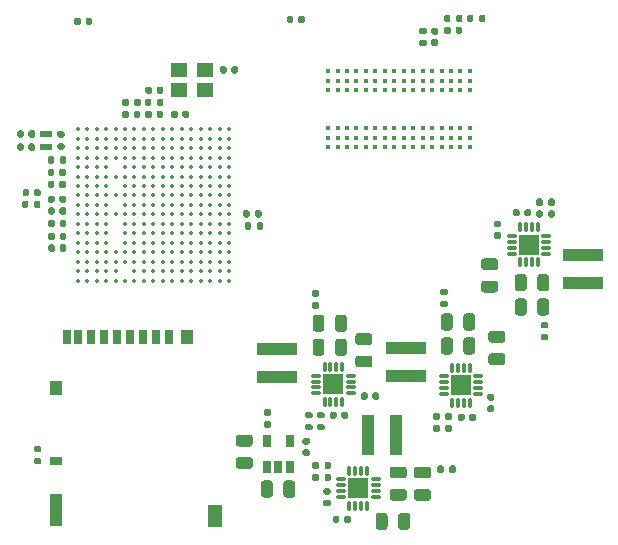
<source format=gbr>
%TF.GenerationSoftware,KiCad,Pcbnew,5.1.9-1.fc33*%
%TF.CreationDate,2021-05-17T09:51:24-07:00*%
%TF.ProjectId,hardware,68617264-7761-4726-952e-6b696361645f,rev?*%
%TF.SameCoordinates,Original*%
%TF.FileFunction,Paste,Top*%
%TF.FilePolarity,Positive*%
%FSLAX46Y46*%
G04 Gerber Fmt 4.6, Leading zero omitted, Abs format (unit mm)*
G04 Created by KiCad (PCBNEW 5.1.9-1.fc33) date 2021-05-17 09:51:24*
%MOMM*%
%LPD*%
G01*
G04 APERTURE LIST*
%ADD10C,0.340000*%
%ADD11C,0.399500*%
%ADD12R,1.000000X0.500000*%
%ADD13R,1.400000X1.200000*%
%ADD14R,1.300000X1.900000*%
%ADD15R,1.000000X2.800000*%
%ADD16R,1.000000X0.800000*%
%ADD17R,1.000000X1.200000*%
%ADD18R,0.700000X1.200000*%
%ADD19R,0.650000X1.060000*%
%ADD20R,1.700000X1.700000*%
%ADD21O,0.850000X0.280000*%
%ADD22O,0.280000X0.850000*%
%ADD23R,0.980000X3.400000*%
%ADD24R,3.400000X0.980000*%
G04 APERTURE END LIST*
%TO.C,R27*%
G36*
G01*
X123531600Y-110929000D02*
X123531600Y-110559000D01*
G75*
G02*
X123666600Y-110424000I135000J0D01*
G01*
X123936600Y-110424000D01*
G75*
G02*
X124071600Y-110559000I0J-135000D01*
G01*
X124071600Y-110929000D01*
G75*
G02*
X123936600Y-111064000I-135000J0D01*
G01*
X123666600Y-111064000D01*
G75*
G02*
X123531600Y-110929000I0J135000D01*
G01*
G37*
G36*
G01*
X122511600Y-110929000D02*
X122511600Y-110559000D01*
G75*
G02*
X122646600Y-110424000I135000J0D01*
G01*
X122916600Y-110424000D01*
G75*
G02*
X123051600Y-110559000I0J-135000D01*
G01*
X123051600Y-110929000D01*
G75*
G02*
X122916600Y-111064000I-135000J0D01*
G01*
X122646600Y-111064000D01*
G75*
G02*
X122511600Y-110929000I0J135000D01*
G01*
G37*
%TD*%
D10*
%TO.C,U2*%
X108357200Y-102566000D03*
X109157200Y-102566000D03*
X109957200Y-102566000D03*
X110757200Y-102566000D03*
X111557200Y-102566000D03*
X112357200Y-102566000D03*
X113157200Y-102566000D03*
X113957200Y-102566000D03*
X114757200Y-102566000D03*
X115557200Y-102566000D03*
X116357200Y-102566000D03*
X117157200Y-102566000D03*
X117957200Y-102566000D03*
X118757200Y-102566000D03*
X119557200Y-102566000D03*
X120357200Y-102566000D03*
X121157200Y-102566000D03*
X108357200Y-103366000D03*
X109157200Y-103366000D03*
X109957200Y-103366000D03*
X110757200Y-103366000D03*
X111557200Y-103366000D03*
X112357200Y-103366000D03*
X113157200Y-103366000D03*
X113957200Y-103366000D03*
X114757200Y-103366000D03*
X115557200Y-103366000D03*
X116357200Y-103366000D03*
X117157200Y-103366000D03*
X117957200Y-103366000D03*
X118757200Y-103366000D03*
X119557200Y-103366000D03*
X120357200Y-103366000D03*
X121157200Y-103366000D03*
X108357200Y-104166000D03*
X109157200Y-104166000D03*
X109957200Y-104166000D03*
X110757200Y-104166000D03*
X111557200Y-104166000D03*
X112357200Y-104166000D03*
X113157200Y-104166000D03*
X113957200Y-104166000D03*
X114757200Y-104166000D03*
X115557200Y-104166000D03*
X116357200Y-104166000D03*
X117157200Y-104166000D03*
X117957200Y-104166000D03*
X118757200Y-104166000D03*
X119557200Y-104166000D03*
X120357200Y-104166000D03*
X121157200Y-104166000D03*
X108357200Y-104966000D03*
X109157200Y-104966000D03*
X109957200Y-104966000D03*
X110757200Y-104966000D03*
X111557200Y-104966000D03*
X112357200Y-104966000D03*
X113157200Y-104966000D03*
X113957200Y-104966000D03*
X114757200Y-104966000D03*
X115557200Y-104966000D03*
X116357200Y-104966000D03*
X117157200Y-104966000D03*
X117957200Y-104966000D03*
X118757200Y-104966000D03*
X119557200Y-104966000D03*
X120357200Y-104966000D03*
X121157200Y-104966000D03*
X108357200Y-105766000D03*
X109157200Y-105766000D03*
X109957200Y-105766000D03*
X110757200Y-105766000D03*
X112357200Y-105766000D03*
X113157200Y-105766000D03*
X113957200Y-105766000D03*
X114757200Y-105766000D03*
X115557200Y-105766000D03*
X116357200Y-105766000D03*
X117157200Y-105766000D03*
X117957200Y-105766000D03*
X118757200Y-105766000D03*
X119557200Y-105766000D03*
X120357200Y-105766000D03*
X121157200Y-105766000D03*
X108357200Y-106566000D03*
X109157200Y-106566000D03*
X109957200Y-106566000D03*
X110757200Y-106566000D03*
X111557200Y-106566000D03*
X112357200Y-106566000D03*
X113157200Y-106566000D03*
X113957200Y-106566000D03*
X114757200Y-106566000D03*
X115557200Y-106566000D03*
X116357200Y-106566000D03*
X117157200Y-106566000D03*
X117957200Y-106566000D03*
X118757200Y-106566000D03*
X119557200Y-106566000D03*
X120357200Y-106566000D03*
X121157200Y-106566000D03*
X108357200Y-107366000D03*
X109157200Y-107366000D03*
X109957200Y-107366000D03*
X110757200Y-107366000D03*
X112357200Y-107366000D03*
X113157200Y-107366000D03*
X113957200Y-107366000D03*
X114757200Y-107366000D03*
X115557200Y-107366000D03*
X116357200Y-107366000D03*
X117157200Y-107366000D03*
X117957200Y-107366000D03*
X118757200Y-107366000D03*
X119557200Y-107366000D03*
X120357200Y-107366000D03*
X121157200Y-107366000D03*
X108357200Y-108166000D03*
X109157200Y-108166000D03*
X109957200Y-108166000D03*
X110757200Y-108166000D03*
X111557200Y-108166000D03*
X112357200Y-108166000D03*
X113157200Y-108166000D03*
X113957200Y-108166000D03*
X114757200Y-108166000D03*
X115557200Y-108166000D03*
X116357200Y-108166000D03*
X117157200Y-108166000D03*
X117957200Y-108166000D03*
X118757200Y-108166000D03*
X119557200Y-108166000D03*
X120357200Y-108166000D03*
X121157200Y-108166000D03*
X108357200Y-108966000D03*
X109157200Y-108966000D03*
X109957200Y-108966000D03*
X110757200Y-108966000D03*
X112357200Y-108966000D03*
X113157200Y-108966000D03*
X113957200Y-108966000D03*
X114757200Y-108966000D03*
X115557200Y-108966000D03*
X116357200Y-108966000D03*
X117157200Y-108966000D03*
X117957200Y-108966000D03*
X118757200Y-108966000D03*
X119557200Y-108966000D03*
X120357200Y-108966000D03*
X121157200Y-108966000D03*
X108357200Y-109766000D03*
X109157200Y-109766000D03*
X109957200Y-109766000D03*
X110757200Y-109766000D03*
X111557200Y-109766000D03*
X112357200Y-109766000D03*
X113157200Y-109766000D03*
X113957200Y-109766000D03*
X114757200Y-109766000D03*
X115557200Y-109766000D03*
X116357200Y-109766000D03*
X117157200Y-109766000D03*
X117957200Y-109766000D03*
X118757200Y-109766000D03*
X119557200Y-109766000D03*
X120357200Y-109766000D03*
X121157200Y-109766000D03*
X108357200Y-110566000D03*
X109157200Y-110566000D03*
X109957200Y-110566000D03*
X110757200Y-110566000D03*
X112357200Y-110566000D03*
X113157200Y-110566000D03*
X113957200Y-110566000D03*
X114757200Y-110566000D03*
X115557200Y-110566000D03*
X116357200Y-110566000D03*
X117157200Y-110566000D03*
X117957200Y-110566000D03*
X118757200Y-110566000D03*
X119557200Y-110566000D03*
X120357200Y-110566000D03*
X121157200Y-110566000D03*
X108357200Y-111366000D03*
X109157200Y-111366000D03*
X109957200Y-111366000D03*
X110757200Y-111366000D03*
X112357200Y-111366000D03*
X113157200Y-111366000D03*
X113957200Y-111366000D03*
X114757200Y-111366000D03*
X115557200Y-111366000D03*
X116357200Y-111366000D03*
X117157200Y-111366000D03*
X117957200Y-111366000D03*
X118757200Y-111366000D03*
X119557200Y-111366000D03*
X120357200Y-111366000D03*
X121157200Y-111366000D03*
X108357200Y-112166000D03*
X109157200Y-112166000D03*
X109957200Y-112166000D03*
X110757200Y-112166000D03*
X112357200Y-112166000D03*
X113157200Y-112166000D03*
X113957200Y-112166000D03*
X114757200Y-112166000D03*
X115557200Y-112166000D03*
X116357200Y-112166000D03*
X117157200Y-112166000D03*
X117957200Y-112166000D03*
X118757200Y-112166000D03*
X119557200Y-112166000D03*
X120357200Y-112166000D03*
X121157200Y-112166000D03*
X108357200Y-112966000D03*
X109157200Y-112966000D03*
X109957200Y-112966000D03*
X110757200Y-112966000D03*
X111557200Y-112966000D03*
X112357200Y-112966000D03*
X113157200Y-112966000D03*
X113957200Y-112966000D03*
X114757200Y-112966000D03*
X115557200Y-112966000D03*
X116357200Y-112966000D03*
X117157200Y-112966000D03*
X117957200Y-112966000D03*
X118757200Y-112966000D03*
X119557200Y-112966000D03*
X120357200Y-112966000D03*
X121157200Y-112966000D03*
X108357200Y-113766000D03*
X109157200Y-113766000D03*
X109957200Y-113766000D03*
X110757200Y-113766000D03*
X111557200Y-113766000D03*
X112357200Y-113766000D03*
X113157200Y-113766000D03*
X113957200Y-113766000D03*
X114757200Y-113766000D03*
X115557200Y-113766000D03*
X116357200Y-113766000D03*
X117157200Y-113766000D03*
X117957200Y-113766000D03*
X118757200Y-113766000D03*
X119557200Y-113766000D03*
X120357200Y-113766000D03*
X121157200Y-113766000D03*
X108357200Y-114566000D03*
X109157200Y-114566000D03*
X109957200Y-114566000D03*
X110757200Y-114566000D03*
X111557200Y-114566000D03*
X113157200Y-114566000D03*
X113957200Y-114566000D03*
X114757200Y-114566000D03*
X115557200Y-114566000D03*
X116357200Y-114566000D03*
X117157200Y-114566000D03*
X117957200Y-114566000D03*
X118757200Y-114566000D03*
X119557200Y-114566000D03*
X120357200Y-114566000D03*
X121157200Y-114566000D03*
X108357200Y-115366000D03*
X109157200Y-115366000D03*
X109957200Y-115366000D03*
X110757200Y-115366000D03*
X111557200Y-115366000D03*
X112357200Y-115366000D03*
X113157200Y-115366000D03*
X113957200Y-115366000D03*
X114757200Y-115366000D03*
X115557200Y-115366000D03*
X116357200Y-115366000D03*
X117157200Y-115366000D03*
X117957200Y-115366000D03*
X118757200Y-115366000D03*
X119557200Y-115366000D03*
X120357200Y-115366000D03*
X121157200Y-115366000D03*
%TD*%
%TO.C,C28*%
G36*
G01*
X121978400Y-130320200D02*
X122928400Y-130320200D01*
G75*
G02*
X123178400Y-130570200I0J-250000D01*
G01*
X123178400Y-131070200D01*
G75*
G02*
X122928400Y-131320200I-250000J0D01*
G01*
X121978400Y-131320200D01*
G75*
G02*
X121728400Y-131070200I0J250000D01*
G01*
X121728400Y-130570200D01*
G75*
G02*
X121978400Y-130320200I250000J0D01*
G01*
G37*
G36*
G01*
X121978400Y-128420200D02*
X122928400Y-128420200D01*
G75*
G02*
X123178400Y-128670200I0J-250000D01*
G01*
X123178400Y-129170200D01*
G75*
G02*
X122928400Y-129420200I-250000J0D01*
G01*
X121978400Y-129420200D01*
G75*
G02*
X121728400Y-129170200I0J250000D01*
G01*
X121728400Y-128670200D01*
G75*
G02*
X121978400Y-128420200I250000J0D01*
G01*
G37*
%TD*%
%TO.C,C26*%
G36*
G01*
X125773600Y-133494800D02*
X125773600Y-132544800D01*
G75*
G02*
X126023600Y-132294800I250000J0D01*
G01*
X126523600Y-132294800D01*
G75*
G02*
X126773600Y-132544800I0J-250000D01*
G01*
X126773600Y-133494800D01*
G75*
G02*
X126523600Y-133744800I-250000J0D01*
G01*
X126023600Y-133744800D01*
G75*
G02*
X125773600Y-133494800I0J250000D01*
G01*
G37*
G36*
G01*
X123873600Y-133494800D02*
X123873600Y-132544800D01*
G75*
G02*
X124123600Y-132294800I250000J0D01*
G01*
X124623600Y-132294800D01*
G75*
G02*
X124873600Y-132544800I0J-250000D01*
G01*
X124873600Y-133494800D01*
G75*
G02*
X124623600Y-133744800I-250000J0D01*
G01*
X124123600Y-133744800D01*
G75*
G02*
X123873600Y-133494800I0J250000D01*
G01*
G37*
%TD*%
%TO.C,C25*%
G36*
G01*
X137066000Y-133012600D02*
X138016000Y-133012600D01*
G75*
G02*
X138266000Y-133262600I0J-250000D01*
G01*
X138266000Y-133762600D01*
G75*
G02*
X138016000Y-134012600I-250000J0D01*
G01*
X137066000Y-134012600D01*
G75*
G02*
X136816000Y-133762600I0J250000D01*
G01*
X136816000Y-133262600D01*
G75*
G02*
X137066000Y-133012600I250000J0D01*
G01*
G37*
G36*
G01*
X137066000Y-131112600D02*
X138016000Y-131112600D01*
G75*
G02*
X138266000Y-131362600I0J-250000D01*
G01*
X138266000Y-131862600D01*
G75*
G02*
X138016000Y-132112600I-250000J0D01*
G01*
X137066000Y-132112600D01*
G75*
G02*
X136816000Y-131862600I0J250000D01*
G01*
X136816000Y-131362600D01*
G75*
G02*
X137066000Y-131112600I250000J0D01*
G01*
G37*
%TD*%
%TO.C,C24*%
G36*
G01*
X141013600Y-121379000D02*
X141013600Y-120429000D01*
G75*
G02*
X141263600Y-120179000I250000J0D01*
G01*
X141763600Y-120179000D01*
G75*
G02*
X142013600Y-120429000I0J-250000D01*
G01*
X142013600Y-121379000D01*
G75*
G02*
X141763600Y-121629000I-250000J0D01*
G01*
X141263600Y-121629000D01*
G75*
G02*
X141013600Y-121379000I0J250000D01*
G01*
G37*
G36*
G01*
X139113600Y-121379000D02*
X139113600Y-120429000D01*
G75*
G02*
X139363600Y-120179000I250000J0D01*
G01*
X139863600Y-120179000D01*
G75*
G02*
X140113600Y-120429000I0J-250000D01*
G01*
X140113600Y-121379000D01*
G75*
G02*
X139863600Y-121629000I-250000J0D01*
G01*
X139363600Y-121629000D01*
G75*
G02*
X139113600Y-121379000I0J250000D01*
G01*
G37*
%TD*%
%TO.C,C23*%
G36*
G01*
X135008600Y-133012600D02*
X135958600Y-133012600D01*
G75*
G02*
X136208600Y-133262600I0J-250000D01*
G01*
X136208600Y-133762600D01*
G75*
G02*
X135958600Y-134012600I-250000J0D01*
G01*
X135008600Y-134012600D01*
G75*
G02*
X134758600Y-133762600I0J250000D01*
G01*
X134758600Y-133262600D01*
G75*
G02*
X135008600Y-133012600I250000J0D01*
G01*
G37*
G36*
G01*
X135008600Y-131112600D02*
X135958600Y-131112600D01*
G75*
G02*
X136208600Y-131362600I0J-250000D01*
G01*
X136208600Y-131862600D01*
G75*
G02*
X135958600Y-132112600I-250000J0D01*
G01*
X135008600Y-132112600D01*
G75*
G02*
X134758600Y-131862600I0J250000D01*
G01*
X134758600Y-131362600D01*
G75*
G02*
X135008600Y-131112600I250000J0D01*
G01*
G37*
%TD*%
%TO.C,C22*%
G36*
G01*
X141008520Y-119347000D02*
X141008520Y-118397000D01*
G75*
G02*
X141258520Y-118147000I250000J0D01*
G01*
X141758520Y-118147000D01*
G75*
G02*
X142008520Y-118397000I0J-250000D01*
G01*
X142008520Y-119347000D01*
G75*
G02*
X141758520Y-119597000I-250000J0D01*
G01*
X141258520Y-119597000D01*
G75*
G02*
X141008520Y-119347000I0J250000D01*
G01*
G37*
G36*
G01*
X139108520Y-119347000D02*
X139108520Y-118397000D01*
G75*
G02*
X139358520Y-118147000I250000J0D01*
G01*
X139858520Y-118147000D01*
G75*
G02*
X140108520Y-118397000I0J-250000D01*
G01*
X140108520Y-119347000D01*
G75*
G02*
X139858520Y-119597000I-250000J0D01*
G01*
X139358520Y-119597000D01*
G75*
G02*
X139108520Y-119347000I0J250000D01*
G01*
G37*
%TD*%
%TO.C,C17*%
G36*
G01*
X135491600Y-136238000D02*
X135491600Y-135288000D01*
G75*
G02*
X135741600Y-135038000I250000J0D01*
G01*
X136241600Y-135038000D01*
G75*
G02*
X136491600Y-135288000I0J-250000D01*
G01*
X136491600Y-136238000D01*
G75*
G02*
X136241600Y-136488000I-250000J0D01*
G01*
X135741600Y-136488000D01*
G75*
G02*
X135491600Y-136238000I0J250000D01*
G01*
G37*
G36*
G01*
X133591600Y-136238000D02*
X133591600Y-135288000D01*
G75*
G02*
X133841600Y-135038000I250000J0D01*
G01*
X134341600Y-135038000D01*
G75*
G02*
X134591600Y-135288000I0J-250000D01*
G01*
X134591600Y-136238000D01*
G75*
G02*
X134341600Y-136488000I-250000J0D01*
G01*
X133841600Y-136488000D01*
G75*
G02*
X133591600Y-136238000I0J250000D01*
G01*
G37*
%TD*%
%TO.C,C16*%
G36*
G01*
X144315200Y-120631800D02*
X143365200Y-120631800D01*
G75*
G02*
X143115200Y-120381800I0J250000D01*
G01*
X143115200Y-119881800D01*
G75*
G02*
X143365200Y-119631800I250000J0D01*
G01*
X144315200Y-119631800D01*
G75*
G02*
X144565200Y-119881800I0J-250000D01*
G01*
X144565200Y-120381800D01*
G75*
G02*
X144315200Y-120631800I-250000J0D01*
G01*
G37*
G36*
G01*
X144315200Y-122531800D02*
X143365200Y-122531800D01*
G75*
G02*
X143115200Y-122281800I0J250000D01*
G01*
X143115200Y-121781800D01*
G75*
G02*
X143365200Y-121531800I250000J0D01*
G01*
X144315200Y-121531800D01*
G75*
G02*
X144565200Y-121781800I0J-250000D01*
G01*
X144565200Y-122281800D01*
G75*
G02*
X144315200Y-122531800I-250000J0D01*
G01*
G37*
%TD*%
%TO.C,C15*%
G36*
G01*
X130142400Y-119461300D02*
X130142400Y-118511300D01*
G75*
G02*
X130392400Y-118261300I250000J0D01*
G01*
X130892400Y-118261300D01*
G75*
G02*
X131142400Y-118511300I0J-250000D01*
G01*
X131142400Y-119461300D01*
G75*
G02*
X130892400Y-119711300I-250000J0D01*
G01*
X130392400Y-119711300D01*
G75*
G02*
X130142400Y-119461300I0J250000D01*
G01*
G37*
G36*
G01*
X128242400Y-119461300D02*
X128242400Y-118511300D01*
G75*
G02*
X128492400Y-118261300I250000J0D01*
G01*
X128992400Y-118261300D01*
G75*
G02*
X129242400Y-118511300I0J-250000D01*
G01*
X129242400Y-119461300D01*
G75*
G02*
X128992400Y-119711300I-250000J0D01*
G01*
X128492400Y-119711300D01*
G75*
G02*
X128242400Y-119461300I0J250000D01*
G01*
G37*
%TD*%
%TO.C,C14*%
G36*
G01*
X130142400Y-121493300D02*
X130142400Y-120543300D01*
G75*
G02*
X130392400Y-120293300I250000J0D01*
G01*
X130892400Y-120293300D01*
G75*
G02*
X131142400Y-120543300I0J-250000D01*
G01*
X131142400Y-121493300D01*
G75*
G02*
X130892400Y-121743300I-250000J0D01*
G01*
X130392400Y-121743300D01*
G75*
G02*
X130142400Y-121493300I0J250000D01*
G01*
G37*
G36*
G01*
X128242400Y-121493300D02*
X128242400Y-120543300D01*
G75*
G02*
X128492400Y-120293300I250000J0D01*
G01*
X128992400Y-120293300D01*
G75*
G02*
X129242400Y-120543300I0J-250000D01*
G01*
X129242400Y-121493300D01*
G75*
G02*
X128992400Y-121743300I-250000J0D01*
G01*
X128492400Y-121743300D01*
G75*
G02*
X128242400Y-121493300I0J250000D01*
G01*
G37*
%TD*%
%TO.C,C11*%
G36*
G01*
X133050300Y-120822300D02*
X132100300Y-120822300D01*
G75*
G02*
X131850300Y-120572300I0J250000D01*
G01*
X131850300Y-120072300D01*
G75*
G02*
X132100300Y-119822300I250000J0D01*
G01*
X133050300Y-119822300D01*
G75*
G02*
X133300300Y-120072300I0J-250000D01*
G01*
X133300300Y-120572300D01*
G75*
G02*
X133050300Y-120822300I-250000J0D01*
G01*
G37*
G36*
G01*
X133050300Y-122722300D02*
X132100300Y-122722300D01*
G75*
G02*
X131850300Y-122472300I0J250000D01*
G01*
X131850300Y-121972300D01*
G75*
G02*
X132100300Y-121722300I250000J0D01*
G01*
X133050300Y-121722300D01*
G75*
G02*
X133300300Y-121972300I0J-250000D01*
G01*
X133300300Y-122472300D01*
G75*
G02*
X133050300Y-122722300I-250000J0D01*
G01*
G37*
%TD*%
%TO.C,C10*%
G36*
G01*
X146362000Y-117127000D02*
X146362000Y-118077000D01*
G75*
G02*
X146112000Y-118327000I-250000J0D01*
G01*
X145612000Y-118327000D01*
G75*
G02*
X145362000Y-118077000I0J250000D01*
G01*
X145362000Y-117127000D01*
G75*
G02*
X145612000Y-116877000I250000J0D01*
G01*
X146112000Y-116877000D01*
G75*
G02*
X146362000Y-117127000I0J-250000D01*
G01*
G37*
G36*
G01*
X148262000Y-117127000D02*
X148262000Y-118077000D01*
G75*
G02*
X148012000Y-118327000I-250000J0D01*
G01*
X147512000Y-118327000D01*
G75*
G02*
X147262000Y-118077000I0J250000D01*
G01*
X147262000Y-117127000D01*
G75*
G02*
X147512000Y-116877000I250000J0D01*
G01*
X148012000Y-116877000D01*
G75*
G02*
X148262000Y-117127000I0J-250000D01*
G01*
G37*
%TD*%
%TO.C,C9*%
G36*
G01*
X146362000Y-115069600D02*
X146362000Y-116019600D01*
G75*
G02*
X146112000Y-116269600I-250000J0D01*
G01*
X145612000Y-116269600D01*
G75*
G02*
X145362000Y-116019600I0J250000D01*
G01*
X145362000Y-115069600D01*
G75*
G02*
X145612000Y-114819600I250000J0D01*
G01*
X146112000Y-114819600D01*
G75*
G02*
X146362000Y-115069600I0J-250000D01*
G01*
G37*
G36*
G01*
X148262000Y-115069600D02*
X148262000Y-116019600D01*
G75*
G02*
X148012000Y-116269600I-250000J0D01*
G01*
X147512000Y-116269600D01*
G75*
G02*
X147262000Y-116019600I0J250000D01*
G01*
X147262000Y-115069600D01*
G75*
G02*
X147512000Y-114819600I250000J0D01*
G01*
X148012000Y-114819600D01*
G75*
G02*
X148262000Y-115069600I0J-250000D01*
G01*
G37*
%TD*%
%TO.C,C6*%
G36*
G01*
X142755600Y-115385000D02*
X143705600Y-115385000D01*
G75*
G02*
X143955600Y-115635000I0J-250000D01*
G01*
X143955600Y-116135000D01*
G75*
G02*
X143705600Y-116385000I-250000J0D01*
G01*
X142755600Y-116385000D01*
G75*
G02*
X142505600Y-116135000I0J250000D01*
G01*
X142505600Y-115635000D01*
G75*
G02*
X142755600Y-115385000I250000J0D01*
G01*
G37*
G36*
G01*
X142755600Y-113485000D02*
X143705600Y-113485000D01*
G75*
G02*
X143955600Y-113735000I0J-250000D01*
G01*
X143955600Y-114235000D01*
G75*
G02*
X143705600Y-114485000I-250000J0D01*
G01*
X142755600Y-114485000D01*
G75*
G02*
X142505600Y-114235000I0J250000D01*
G01*
X142505600Y-113735000D01*
G75*
G02*
X142755600Y-113485000I250000J0D01*
G01*
G37*
%TD*%
D11*
%TO.C,U1*%
X141553200Y-97663200D03*
X141553200Y-98463200D03*
X141553200Y-99263200D03*
X141553200Y-102463200D03*
X141553200Y-103263200D03*
X141553200Y-104063200D03*
X140753200Y-97663200D03*
X140753200Y-98463200D03*
X140753200Y-99263200D03*
X140753200Y-102463200D03*
X140753200Y-103263200D03*
X140753200Y-104063200D03*
X139953200Y-97663200D03*
X139953200Y-98463200D03*
X139953200Y-99263200D03*
X139953200Y-102463200D03*
X139953200Y-103263200D03*
X139953200Y-104063200D03*
X139153200Y-97663200D03*
X139153200Y-98463200D03*
X139153200Y-99263200D03*
X139153200Y-102463200D03*
X139153200Y-103263200D03*
X139153200Y-104063200D03*
X138353200Y-97663200D03*
X138353200Y-98463200D03*
X138353200Y-99263200D03*
X138353200Y-102463200D03*
X138353200Y-103263200D03*
X138353200Y-104063200D03*
X137553200Y-97663200D03*
X137553200Y-98463200D03*
X137553200Y-99263200D03*
X137553200Y-102463200D03*
X137553200Y-103263200D03*
X137553200Y-104063200D03*
X136753200Y-97663200D03*
X136753200Y-98463200D03*
X136753200Y-99263200D03*
X136753200Y-102463200D03*
X136753200Y-103263200D03*
X136753200Y-104063200D03*
X135953200Y-97663200D03*
X135953200Y-98463200D03*
X135953200Y-99263200D03*
X135953200Y-102463200D03*
X135953200Y-103263200D03*
X135953200Y-104063200D03*
X135153200Y-97663200D03*
X135153200Y-98463200D03*
X135153200Y-99263200D03*
X135153200Y-102463200D03*
X135153200Y-103263200D03*
X135153200Y-104063200D03*
X134353200Y-97663200D03*
X134353200Y-98463200D03*
X134353200Y-99263200D03*
X134353200Y-102463200D03*
X134353200Y-103263200D03*
X134353200Y-104063200D03*
X133553200Y-97663200D03*
X133553200Y-98463200D03*
X133553200Y-99263200D03*
X133553200Y-102463200D03*
X133553200Y-103263200D03*
X133553200Y-104063200D03*
X132753200Y-97663200D03*
X132753200Y-98463200D03*
X132753200Y-99263200D03*
X132753200Y-102463200D03*
X132753200Y-103263200D03*
X132753200Y-104063200D03*
X131953200Y-97663200D03*
X131953200Y-98463200D03*
X131953200Y-99263200D03*
X131953200Y-102463200D03*
X131953200Y-103263200D03*
X131953200Y-104063200D03*
X131153200Y-97663200D03*
X131153200Y-98463200D03*
X131153200Y-99263200D03*
X131153200Y-102463200D03*
X131153200Y-103263200D03*
X131153200Y-104063200D03*
X130353200Y-97663200D03*
X130353200Y-98463200D03*
X130353200Y-99263200D03*
X130353200Y-102463200D03*
X130353200Y-103263200D03*
X130353200Y-104063200D03*
X129553200Y-97663200D03*
X129553200Y-98463200D03*
X129553200Y-99263200D03*
X129553200Y-102463200D03*
X129553200Y-103263200D03*
X129553200Y-104063200D03*
%TD*%
%TO.C,R28*%
G36*
G01*
X123379200Y-109913000D02*
X123379200Y-109543000D01*
G75*
G02*
X123514200Y-109408000I135000J0D01*
G01*
X123784200Y-109408000D01*
G75*
G02*
X123919200Y-109543000I0J-135000D01*
G01*
X123919200Y-109913000D01*
G75*
G02*
X123784200Y-110048000I-135000J0D01*
G01*
X123514200Y-110048000D01*
G75*
G02*
X123379200Y-109913000I0J135000D01*
G01*
G37*
G36*
G01*
X122359200Y-109913000D02*
X122359200Y-109543000D01*
G75*
G02*
X122494200Y-109408000I135000J0D01*
G01*
X122764200Y-109408000D01*
G75*
G02*
X122899200Y-109543000I0J-135000D01*
G01*
X122899200Y-109913000D01*
G75*
G02*
X122764200Y-110048000I-135000J0D01*
G01*
X122494200Y-110048000D01*
G75*
G02*
X122359200Y-109913000I0J135000D01*
G01*
G37*
%TD*%
%TO.C,C106*%
G36*
G01*
X126996800Y-93438800D02*
X126996800Y-93098800D01*
G75*
G02*
X127136800Y-92958800I140000J0D01*
G01*
X127416800Y-92958800D01*
G75*
G02*
X127556800Y-93098800I0J-140000D01*
G01*
X127556800Y-93438800D01*
G75*
G02*
X127416800Y-93578800I-140000J0D01*
G01*
X127136800Y-93578800D01*
G75*
G02*
X126996800Y-93438800I0J140000D01*
G01*
G37*
G36*
G01*
X126036800Y-93438800D02*
X126036800Y-93098800D01*
G75*
G02*
X126176800Y-92958800I140000J0D01*
G01*
X126456800Y-92958800D01*
G75*
G02*
X126596800Y-93098800I0J-140000D01*
G01*
X126596800Y-93438800D01*
G75*
G02*
X126456800Y-93578800I-140000J0D01*
G01*
X126176800Y-93578800D01*
G75*
G02*
X126036800Y-93438800I0J140000D01*
G01*
G37*
%TD*%
%TO.C,C105*%
G36*
G01*
X109013600Y-93591200D02*
X109013600Y-93251200D01*
G75*
G02*
X109153600Y-93111200I140000J0D01*
G01*
X109433600Y-93111200D01*
G75*
G02*
X109573600Y-93251200I0J-140000D01*
G01*
X109573600Y-93591200D01*
G75*
G02*
X109433600Y-93731200I-140000J0D01*
G01*
X109153600Y-93731200D01*
G75*
G02*
X109013600Y-93591200I0J140000D01*
G01*
G37*
G36*
G01*
X108053600Y-93591200D02*
X108053600Y-93251200D01*
G75*
G02*
X108193600Y-93111200I140000J0D01*
G01*
X108473600Y-93111200D01*
G75*
G02*
X108613600Y-93251200I0J-140000D01*
G01*
X108613600Y-93591200D01*
G75*
G02*
X108473600Y-93731200I-140000J0D01*
G01*
X108193600Y-93731200D01*
G75*
G02*
X108053600Y-93591200I0J140000D01*
G01*
G37*
%TD*%
%TO.C,C104*%
G36*
G01*
X106403800Y-108313400D02*
X106403800Y-108653400D01*
G75*
G02*
X106263800Y-108793400I-140000J0D01*
G01*
X105983800Y-108793400D01*
G75*
G02*
X105843800Y-108653400I0J140000D01*
G01*
X105843800Y-108313400D01*
G75*
G02*
X105983800Y-108173400I140000J0D01*
G01*
X106263800Y-108173400D01*
G75*
G02*
X106403800Y-108313400I0J-140000D01*
G01*
G37*
G36*
G01*
X107363800Y-108313400D02*
X107363800Y-108653400D01*
G75*
G02*
X107223800Y-108793400I-140000J0D01*
G01*
X106943800Y-108793400D01*
G75*
G02*
X106803800Y-108653400I0J140000D01*
G01*
X106803800Y-108313400D01*
G75*
G02*
X106943800Y-108173400I140000J0D01*
G01*
X107223800Y-108173400D01*
G75*
G02*
X107363800Y-108313400I0J-140000D01*
G01*
G37*
%TD*%
%TO.C,C103*%
G36*
G01*
X106403800Y-109304000D02*
X106403800Y-109644000D01*
G75*
G02*
X106263800Y-109784000I-140000J0D01*
G01*
X105983800Y-109784000D01*
G75*
G02*
X105843800Y-109644000I0J140000D01*
G01*
X105843800Y-109304000D01*
G75*
G02*
X105983800Y-109164000I140000J0D01*
G01*
X106263800Y-109164000D01*
G75*
G02*
X106403800Y-109304000I0J-140000D01*
G01*
G37*
G36*
G01*
X107363800Y-109304000D02*
X107363800Y-109644000D01*
G75*
G02*
X107223800Y-109784000I-140000J0D01*
G01*
X106943800Y-109784000D01*
G75*
G02*
X106803800Y-109644000I0J140000D01*
G01*
X106803800Y-109304000D01*
G75*
G02*
X106943800Y-109164000I140000J0D01*
G01*
X107223800Y-109164000D01*
G75*
G02*
X107363800Y-109304000I0J-140000D01*
G01*
G37*
%TD*%
%TO.C,C102*%
G36*
G01*
X104242260Y-107757140D02*
X104242260Y-108097140D01*
G75*
G02*
X104102260Y-108237140I-140000J0D01*
G01*
X103822260Y-108237140D01*
G75*
G02*
X103682260Y-108097140I0J140000D01*
G01*
X103682260Y-107757140D01*
G75*
G02*
X103822260Y-107617140I140000J0D01*
G01*
X104102260Y-107617140D01*
G75*
G02*
X104242260Y-107757140I0J-140000D01*
G01*
G37*
G36*
G01*
X105202260Y-107757140D02*
X105202260Y-108097140D01*
G75*
G02*
X105062260Y-108237140I-140000J0D01*
G01*
X104782260Y-108237140D01*
G75*
G02*
X104642260Y-108097140I0J140000D01*
G01*
X104642260Y-107757140D01*
G75*
G02*
X104782260Y-107617140I140000J0D01*
G01*
X105062260Y-107617140D01*
G75*
G02*
X105202260Y-107757140I0J-140000D01*
G01*
G37*
%TD*%
%TO.C,C101*%
G36*
G01*
X106429200Y-110370800D02*
X106429200Y-110710800D01*
G75*
G02*
X106289200Y-110850800I-140000J0D01*
G01*
X106009200Y-110850800D01*
G75*
G02*
X105869200Y-110710800I0J140000D01*
G01*
X105869200Y-110370800D01*
G75*
G02*
X106009200Y-110230800I140000J0D01*
G01*
X106289200Y-110230800D01*
G75*
G02*
X106429200Y-110370800I0J-140000D01*
G01*
G37*
G36*
G01*
X107389200Y-110370800D02*
X107389200Y-110710800D01*
G75*
G02*
X107249200Y-110850800I-140000J0D01*
G01*
X106969200Y-110850800D01*
G75*
G02*
X106829200Y-110710800I0J140000D01*
G01*
X106829200Y-110370800D01*
G75*
G02*
X106969200Y-110230800I140000J0D01*
G01*
X107249200Y-110230800D01*
G75*
G02*
X107389200Y-110370800I0J-140000D01*
G01*
G37*
%TD*%
%TO.C,C100*%
G36*
G01*
X106778400Y-106387720D02*
X106778400Y-106047720D01*
G75*
G02*
X106918400Y-105907720I140000J0D01*
G01*
X107198400Y-105907720D01*
G75*
G02*
X107338400Y-106047720I0J-140000D01*
G01*
X107338400Y-106387720D01*
G75*
G02*
X107198400Y-106527720I-140000J0D01*
G01*
X106918400Y-106527720D01*
G75*
G02*
X106778400Y-106387720I0J140000D01*
G01*
G37*
G36*
G01*
X105818400Y-106387720D02*
X105818400Y-106047720D01*
G75*
G02*
X105958400Y-105907720I140000J0D01*
G01*
X106238400Y-105907720D01*
G75*
G02*
X106378400Y-106047720I0J-140000D01*
G01*
X106378400Y-106387720D01*
G75*
G02*
X106238400Y-106527720I-140000J0D01*
G01*
X105958400Y-106527720D01*
G75*
G02*
X105818400Y-106387720I0J140000D01*
G01*
G37*
%TD*%
%TO.C,C98*%
G36*
G01*
X114638480Y-99077960D02*
X114638480Y-99417960D01*
G75*
G02*
X114498480Y-99557960I-140000J0D01*
G01*
X114218480Y-99557960D01*
G75*
G02*
X114078480Y-99417960I0J140000D01*
G01*
X114078480Y-99077960D01*
G75*
G02*
X114218480Y-98937960I140000J0D01*
G01*
X114498480Y-98937960D01*
G75*
G02*
X114638480Y-99077960I0J-140000D01*
G01*
G37*
G36*
G01*
X115598480Y-99077960D02*
X115598480Y-99417960D01*
G75*
G02*
X115458480Y-99557960I-140000J0D01*
G01*
X115178480Y-99557960D01*
G75*
G02*
X115038480Y-99417960I0J140000D01*
G01*
X115038480Y-99077960D01*
G75*
G02*
X115178480Y-98937960I140000J0D01*
G01*
X115458480Y-98937960D01*
G75*
G02*
X115598480Y-99077960I0J-140000D01*
G01*
G37*
%TD*%
%TO.C,C97*%
G36*
G01*
X121365680Y-97700920D02*
X121365680Y-97360920D01*
G75*
G02*
X121505680Y-97220920I140000J0D01*
G01*
X121785680Y-97220920D01*
G75*
G02*
X121925680Y-97360920I0J-140000D01*
G01*
X121925680Y-97700920D01*
G75*
G02*
X121785680Y-97840920I-140000J0D01*
G01*
X121505680Y-97840920D01*
G75*
G02*
X121365680Y-97700920I0J140000D01*
G01*
G37*
G36*
G01*
X120405680Y-97700920D02*
X120405680Y-97360920D01*
G75*
G02*
X120545680Y-97220920I140000J0D01*
G01*
X120825680Y-97220920D01*
G75*
G02*
X120965680Y-97360920I0J-140000D01*
G01*
X120965680Y-97700920D01*
G75*
G02*
X120825680Y-97840920I-140000J0D01*
G01*
X120545680Y-97840920D01*
G75*
G02*
X120405680Y-97700920I0J140000D01*
G01*
G37*
%TD*%
%TO.C,C96*%
G36*
G01*
X104177440Y-103131440D02*
X104177440Y-102791440D01*
G75*
G02*
X104317440Y-102651440I140000J0D01*
G01*
X104597440Y-102651440D01*
G75*
G02*
X104737440Y-102791440I0J-140000D01*
G01*
X104737440Y-103131440D01*
G75*
G02*
X104597440Y-103271440I-140000J0D01*
G01*
X104317440Y-103271440D01*
G75*
G02*
X104177440Y-103131440I0J140000D01*
G01*
G37*
G36*
G01*
X103217440Y-103131440D02*
X103217440Y-102791440D01*
G75*
G02*
X103357440Y-102651440I140000J0D01*
G01*
X103637440Y-102651440D01*
G75*
G02*
X103777440Y-102791440I0J-140000D01*
G01*
X103777440Y-103131440D01*
G75*
G02*
X103637440Y-103271440I-140000J0D01*
G01*
X103357440Y-103271440D01*
G75*
G02*
X103217440Y-103131440I0J140000D01*
G01*
G37*
%TD*%
%TO.C,C95*%
G36*
G01*
X104177440Y-104233800D02*
X104177440Y-103893800D01*
G75*
G02*
X104317440Y-103753800I140000J0D01*
G01*
X104597440Y-103753800D01*
G75*
G02*
X104737440Y-103893800I0J-140000D01*
G01*
X104737440Y-104233800D01*
G75*
G02*
X104597440Y-104373800I-140000J0D01*
G01*
X104317440Y-104373800D01*
G75*
G02*
X104177440Y-104233800I0J140000D01*
G01*
G37*
G36*
G01*
X103217440Y-104233800D02*
X103217440Y-103893800D01*
G75*
G02*
X103357440Y-103753800I140000J0D01*
G01*
X103637440Y-103753800D01*
G75*
G02*
X103777440Y-103893800I0J-140000D01*
G01*
X103777440Y-104233800D01*
G75*
G02*
X103637440Y-104373800I-140000J0D01*
G01*
X103357440Y-104373800D01*
G75*
G02*
X103217440Y-104233800I0J140000D01*
G01*
G37*
%TD*%
%TO.C,C73*%
G36*
G01*
X116817800Y-101125200D02*
X116817800Y-101465200D01*
G75*
G02*
X116677800Y-101605200I-140000J0D01*
G01*
X116397800Y-101605200D01*
G75*
G02*
X116257800Y-101465200I0J140000D01*
G01*
X116257800Y-101125200D01*
G75*
G02*
X116397800Y-100985200I140000J0D01*
G01*
X116677800Y-100985200D01*
G75*
G02*
X116817800Y-101125200I0J-140000D01*
G01*
G37*
G36*
G01*
X117777800Y-101125200D02*
X117777800Y-101465200D01*
G75*
G02*
X117637800Y-101605200I-140000J0D01*
G01*
X117357800Y-101605200D01*
G75*
G02*
X117217800Y-101465200I0J140000D01*
G01*
X117217800Y-101125200D01*
G75*
G02*
X117357800Y-100985200I140000J0D01*
G01*
X117637800Y-100985200D01*
G75*
G02*
X117777800Y-101125200I0J-140000D01*
G01*
G37*
%TD*%
%TO.C,C33*%
G36*
G01*
X106378400Y-107043400D02*
X106378400Y-107383400D01*
G75*
G02*
X106238400Y-107523400I-140000J0D01*
G01*
X105958400Y-107523400D01*
G75*
G02*
X105818400Y-107383400I0J140000D01*
G01*
X105818400Y-107043400D01*
G75*
G02*
X105958400Y-106903400I140000J0D01*
G01*
X106238400Y-106903400D01*
G75*
G02*
X106378400Y-107043400I0J-140000D01*
G01*
G37*
G36*
G01*
X107338400Y-107043400D02*
X107338400Y-107383400D01*
G75*
G02*
X107198400Y-107523400I-140000J0D01*
G01*
X106918400Y-107523400D01*
G75*
G02*
X106778400Y-107383400I0J140000D01*
G01*
X106778400Y-107043400D01*
G75*
G02*
X106918400Y-106903400I140000J0D01*
G01*
X107198400Y-106903400D01*
G75*
G02*
X107338400Y-107043400I0J-140000D01*
G01*
G37*
%TD*%
%TO.C,C30*%
G36*
G01*
X106429200Y-112453600D02*
X106429200Y-112793600D01*
G75*
G02*
X106289200Y-112933600I-140000J0D01*
G01*
X106009200Y-112933600D01*
G75*
G02*
X105869200Y-112793600I0J140000D01*
G01*
X105869200Y-112453600D01*
G75*
G02*
X106009200Y-112313600I140000J0D01*
G01*
X106289200Y-112313600D01*
G75*
G02*
X106429200Y-112453600I0J-140000D01*
G01*
G37*
G36*
G01*
X107389200Y-112453600D02*
X107389200Y-112793600D01*
G75*
G02*
X107249200Y-112933600I-140000J0D01*
G01*
X106969200Y-112933600D01*
G75*
G02*
X106829200Y-112793600I0J140000D01*
G01*
X106829200Y-112453600D01*
G75*
G02*
X106969200Y-112313600I140000J0D01*
G01*
X107249200Y-112313600D01*
G75*
G02*
X107389200Y-112453600I0J-140000D01*
G01*
G37*
%TD*%
%TO.C,C29*%
G36*
G01*
X106429200Y-111463000D02*
X106429200Y-111803000D01*
G75*
G02*
X106289200Y-111943000I-140000J0D01*
G01*
X106009200Y-111943000D01*
G75*
G02*
X105869200Y-111803000I0J140000D01*
G01*
X105869200Y-111463000D01*
G75*
G02*
X106009200Y-111323000I140000J0D01*
G01*
X106289200Y-111323000D01*
G75*
G02*
X106429200Y-111463000I0J-140000D01*
G01*
G37*
G36*
G01*
X107389200Y-111463000D02*
X107389200Y-111803000D01*
G75*
G02*
X107249200Y-111943000I-140000J0D01*
G01*
X106969200Y-111943000D01*
G75*
G02*
X106829200Y-111803000I0J140000D01*
G01*
X106829200Y-111463000D01*
G75*
G02*
X106969200Y-111323000I140000J0D01*
G01*
X107249200Y-111323000D01*
G75*
G02*
X107389200Y-111463000I0J-140000D01*
G01*
G37*
%TD*%
%TO.C,C27*%
G36*
G01*
X127515800Y-129663800D02*
X127855800Y-129663800D01*
G75*
G02*
X127995800Y-129803800I0J-140000D01*
G01*
X127995800Y-130083800D01*
G75*
G02*
X127855800Y-130223800I-140000J0D01*
G01*
X127515800Y-130223800D01*
G75*
G02*
X127375800Y-130083800I0J140000D01*
G01*
X127375800Y-129803800D01*
G75*
G02*
X127515800Y-129663800I140000J0D01*
G01*
G37*
G36*
G01*
X127515800Y-128703800D02*
X127855800Y-128703800D01*
G75*
G02*
X127995800Y-128843800I0J-140000D01*
G01*
X127995800Y-129123800D01*
G75*
G02*
X127855800Y-129263800I-140000J0D01*
G01*
X127515800Y-129263800D01*
G75*
G02*
X127375800Y-129123800I0J140000D01*
G01*
X127375800Y-128843800D01*
G75*
G02*
X127515800Y-128703800I140000J0D01*
G01*
G37*
%TD*%
%TO.C,C21*%
G36*
G01*
X130511000Y-135415200D02*
X130511000Y-135755200D01*
G75*
G02*
X130371000Y-135895200I-140000J0D01*
G01*
X130091000Y-135895200D01*
G75*
G02*
X129951000Y-135755200I0J140000D01*
G01*
X129951000Y-135415200D01*
G75*
G02*
X130091000Y-135275200I140000J0D01*
G01*
X130371000Y-135275200D01*
G75*
G02*
X130511000Y-135415200I0J-140000D01*
G01*
G37*
G36*
G01*
X131471000Y-135415200D02*
X131471000Y-135755200D01*
G75*
G02*
X131331000Y-135895200I-140000J0D01*
G01*
X131051000Y-135895200D01*
G75*
G02*
X130911000Y-135755200I0J140000D01*
G01*
X130911000Y-135415200D01*
G75*
G02*
X131051000Y-135275200I140000J0D01*
G01*
X131331000Y-135275200D01*
G75*
G02*
X131471000Y-135415200I0J-140000D01*
G01*
G37*
%TD*%
%TO.C,C20*%
G36*
G01*
X129293800Y-133905600D02*
X129633800Y-133905600D01*
G75*
G02*
X129773800Y-134045600I0J-140000D01*
G01*
X129773800Y-134325600D01*
G75*
G02*
X129633800Y-134465600I-140000J0D01*
G01*
X129293800Y-134465600D01*
G75*
G02*
X129153800Y-134325600I0J140000D01*
G01*
X129153800Y-134045600D01*
G75*
G02*
X129293800Y-133905600I140000J0D01*
G01*
G37*
G36*
G01*
X129293800Y-132945600D02*
X129633800Y-132945600D01*
G75*
G02*
X129773800Y-133085600I0J-140000D01*
G01*
X129773800Y-133365600D01*
G75*
G02*
X129633800Y-133505600I-140000J0D01*
G01*
X129293800Y-133505600D01*
G75*
G02*
X129153800Y-133365600I0J140000D01*
G01*
X129153800Y-133085600D01*
G75*
G02*
X129293800Y-132945600I140000J0D01*
G01*
G37*
%TD*%
%TO.C,C19*%
G36*
G01*
X143149500Y-125930000D02*
X143489500Y-125930000D01*
G75*
G02*
X143629500Y-126070000I0J-140000D01*
G01*
X143629500Y-126350000D01*
G75*
G02*
X143489500Y-126490000I-140000J0D01*
G01*
X143149500Y-126490000D01*
G75*
G02*
X143009500Y-126350000I0J140000D01*
G01*
X143009500Y-126070000D01*
G75*
G02*
X143149500Y-125930000I140000J0D01*
G01*
G37*
G36*
G01*
X143149500Y-124970000D02*
X143489500Y-124970000D01*
G75*
G02*
X143629500Y-125110000I0J-140000D01*
G01*
X143629500Y-125390000D01*
G75*
G02*
X143489500Y-125530000I-140000J0D01*
G01*
X143149500Y-125530000D01*
G75*
G02*
X143009500Y-125390000I0J140000D01*
G01*
X143009500Y-125110000D01*
G75*
G02*
X143149500Y-124970000I140000J0D01*
G01*
G37*
%TD*%
%TO.C,C18*%
G36*
G01*
X141500200Y-127119200D02*
X141500200Y-126779200D01*
G75*
G02*
X141640200Y-126639200I140000J0D01*
G01*
X141920200Y-126639200D01*
G75*
G02*
X142060200Y-126779200I0J-140000D01*
G01*
X142060200Y-127119200D01*
G75*
G02*
X141920200Y-127259200I-140000J0D01*
G01*
X141640200Y-127259200D01*
G75*
G02*
X141500200Y-127119200I0J140000D01*
G01*
G37*
G36*
G01*
X140540200Y-127119200D02*
X140540200Y-126779200D01*
G75*
G02*
X140680200Y-126639200I140000J0D01*
G01*
X140960200Y-126639200D01*
G75*
G02*
X141100200Y-126779200I0J-140000D01*
G01*
X141100200Y-127119200D01*
G75*
G02*
X140960200Y-127259200I-140000J0D01*
G01*
X140680200Y-127259200D01*
G75*
G02*
X140540200Y-127119200I0J140000D01*
G01*
G37*
%TD*%
%TO.C,C13*%
G36*
G01*
X133296000Y-125315800D02*
X133296000Y-124975800D01*
G75*
G02*
X133436000Y-124835800I140000J0D01*
G01*
X133716000Y-124835800D01*
G75*
G02*
X133856000Y-124975800I0J-140000D01*
G01*
X133856000Y-125315800D01*
G75*
G02*
X133716000Y-125455800I-140000J0D01*
G01*
X133436000Y-125455800D01*
G75*
G02*
X133296000Y-125315800I0J140000D01*
G01*
G37*
G36*
G01*
X132336000Y-125315800D02*
X132336000Y-124975800D01*
G75*
G02*
X132476000Y-124835800I140000J0D01*
G01*
X132756000Y-124835800D01*
G75*
G02*
X132896000Y-124975800I0J-140000D01*
G01*
X132896000Y-125315800D01*
G75*
G02*
X132756000Y-125455800I-140000J0D01*
G01*
X132476000Y-125455800D01*
G75*
G02*
X132336000Y-125315800I0J140000D01*
G01*
G37*
%TD*%
%TO.C,C12*%
G36*
G01*
X130679800Y-126941400D02*
X130679800Y-126601400D01*
G75*
G02*
X130819800Y-126461400I140000J0D01*
G01*
X131099800Y-126461400D01*
G75*
G02*
X131239800Y-126601400I0J-140000D01*
G01*
X131239800Y-126941400D01*
G75*
G02*
X131099800Y-127081400I-140000J0D01*
G01*
X130819800Y-127081400D01*
G75*
G02*
X130679800Y-126941400I0J140000D01*
G01*
G37*
G36*
G01*
X129719800Y-126941400D02*
X129719800Y-126601400D01*
G75*
G02*
X129859800Y-126461400I140000J0D01*
G01*
X130139800Y-126461400D01*
G75*
G02*
X130279800Y-126601400I0J-140000D01*
G01*
X130279800Y-126941400D01*
G75*
G02*
X130139800Y-127081400I-140000J0D01*
G01*
X129859800Y-127081400D01*
G75*
G02*
X129719800Y-126941400I0J140000D01*
G01*
G37*
%TD*%
%TO.C,C8*%
G36*
G01*
X144061000Y-110848800D02*
X143721000Y-110848800D01*
G75*
G02*
X143581000Y-110708800I0J140000D01*
G01*
X143581000Y-110428800D01*
G75*
G02*
X143721000Y-110288800I140000J0D01*
G01*
X144061000Y-110288800D01*
G75*
G02*
X144201000Y-110428800I0J-140000D01*
G01*
X144201000Y-110708800D01*
G75*
G02*
X144061000Y-110848800I-140000J0D01*
G01*
G37*
G36*
G01*
X144061000Y-111808800D02*
X143721000Y-111808800D01*
G75*
G02*
X143581000Y-111668800I0J140000D01*
G01*
X143581000Y-111388800D01*
G75*
G02*
X143721000Y-111248800I140000J0D01*
G01*
X144061000Y-111248800D01*
G75*
G02*
X144201000Y-111388800I0J-140000D01*
G01*
X144201000Y-111668800D01*
G75*
G02*
X144061000Y-111808800I-140000J0D01*
G01*
G37*
%TD*%
%TO.C,C7*%
G36*
G01*
X145773800Y-109456400D02*
X145773800Y-109796400D01*
G75*
G02*
X145633800Y-109936400I-140000J0D01*
G01*
X145353800Y-109936400D01*
G75*
G02*
X145213800Y-109796400I0J140000D01*
G01*
X145213800Y-109456400D01*
G75*
G02*
X145353800Y-109316400I140000J0D01*
G01*
X145633800Y-109316400D01*
G75*
G02*
X145773800Y-109456400I0J-140000D01*
G01*
G37*
G36*
G01*
X146733800Y-109456400D02*
X146733800Y-109796400D01*
G75*
G02*
X146593800Y-109936400I-140000J0D01*
G01*
X146313800Y-109936400D01*
G75*
G02*
X146173800Y-109796400I0J140000D01*
G01*
X146173800Y-109456400D01*
G75*
G02*
X146313800Y-109316400I140000J0D01*
G01*
X146593800Y-109316400D01*
G75*
G02*
X146733800Y-109456400I0J-140000D01*
G01*
G37*
%TD*%
%TO.C,C5*%
G36*
G01*
X115033400Y-101465200D02*
X115033400Y-101125200D01*
G75*
G02*
X115173400Y-100985200I140000J0D01*
G01*
X115453400Y-100985200D01*
G75*
G02*
X115593400Y-101125200I0J-140000D01*
G01*
X115593400Y-101465200D01*
G75*
G02*
X115453400Y-101605200I-140000J0D01*
G01*
X115173400Y-101605200D01*
G75*
G02*
X115033400Y-101465200I0J140000D01*
G01*
G37*
G36*
G01*
X114073400Y-101465200D02*
X114073400Y-101125200D01*
G75*
G02*
X114213400Y-100985200I140000J0D01*
G01*
X114493400Y-100985200D01*
G75*
G02*
X114633400Y-101125200I0J-140000D01*
G01*
X114633400Y-101465200D01*
G75*
G02*
X114493400Y-101605200I-140000J0D01*
G01*
X114213400Y-101605200D01*
G75*
G02*
X114073400Y-101465200I0J140000D01*
G01*
G37*
%TD*%
%TO.C,C4*%
G36*
G01*
X113090300Y-101465200D02*
X113090300Y-101125200D01*
G75*
G02*
X113230300Y-100985200I140000J0D01*
G01*
X113510300Y-100985200D01*
G75*
G02*
X113650300Y-101125200I0J-140000D01*
G01*
X113650300Y-101465200D01*
G75*
G02*
X113510300Y-101605200I-140000J0D01*
G01*
X113230300Y-101605200D01*
G75*
G02*
X113090300Y-101465200I0J140000D01*
G01*
G37*
G36*
G01*
X112130300Y-101465200D02*
X112130300Y-101125200D01*
G75*
G02*
X112270300Y-100985200I140000J0D01*
G01*
X112550300Y-100985200D01*
G75*
G02*
X112690300Y-101125200I0J-140000D01*
G01*
X112690300Y-101465200D01*
G75*
G02*
X112550300Y-101605200I-140000J0D01*
G01*
X112270300Y-101605200D01*
G75*
G02*
X112130300Y-101465200I0J140000D01*
G01*
G37*
%TD*%
%TO.C,C3*%
G36*
G01*
X138739700Y-94542000D02*
X138399700Y-94542000D01*
G75*
G02*
X138259700Y-94402000I0J140000D01*
G01*
X138259700Y-94122000D01*
G75*
G02*
X138399700Y-93982000I140000J0D01*
G01*
X138739700Y-93982000D01*
G75*
G02*
X138879700Y-94122000I0J-140000D01*
G01*
X138879700Y-94402000D01*
G75*
G02*
X138739700Y-94542000I-140000J0D01*
G01*
G37*
G36*
G01*
X138739700Y-95502000D02*
X138399700Y-95502000D01*
G75*
G02*
X138259700Y-95362000I0J140000D01*
G01*
X138259700Y-95082000D01*
G75*
G02*
X138399700Y-94942000I140000J0D01*
G01*
X138739700Y-94942000D01*
G75*
G02*
X138879700Y-95082000I0J-140000D01*
G01*
X138879700Y-95362000D01*
G75*
G02*
X138739700Y-95502000I-140000J0D01*
G01*
G37*
%TD*%
%TO.C,C1*%
G36*
G01*
X140344500Y-94353200D02*
X140344500Y-94013200D01*
G75*
G02*
X140484500Y-93873200I140000J0D01*
G01*
X140764500Y-93873200D01*
G75*
G02*
X140904500Y-94013200I0J-140000D01*
G01*
X140904500Y-94353200D01*
G75*
G02*
X140764500Y-94493200I-140000J0D01*
G01*
X140484500Y-94493200D01*
G75*
G02*
X140344500Y-94353200I0J140000D01*
G01*
G37*
G36*
G01*
X139384500Y-94353200D02*
X139384500Y-94013200D01*
G75*
G02*
X139524500Y-93873200I140000J0D01*
G01*
X139804500Y-93873200D01*
G75*
G02*
X139944500Y-94013200I0J-140000D01*
G01*
X139944500Y-94353200D01*
G75*
G02*
X139804500Y-94493200I-140000J0D01*
G01*
X139524500Y-94493200D01*
G75*
G02*
X139384500Y-94353200I0J140000D01*
G01*
G37*
%TD*%
D12*
%TO.C,Y2*%
X105640840Y-102960160D03*
X105640840Y-104060160D03*
%TD*%
%TO.C,R32*%
G36*
G01*
X104659400Y-109100200D02*
X104659400Y-108730200D01*
G75*
G02*
X104794400Y-108595200I135000J0D01*
G01*
X105064400Y-108595200D01*
G75*
G02*
X105199400Y-108730200I0J-135000D01*
G01*
X105199400Y-109100200D01*
G75*
G02*
X105064400Y-109235200I-135000J0D01*
G01*
X104794400Y-109235200D01*
G75*
G02*
X104659400Y-109100200I0J135000D01*
G01*
G37*
G36*
G01*
X103639400Y-109100200D02*
X103639400Y-108730200D01*
G75*
G02*
X103774400Y-108595200I135000J0D01*
G01*
X104044400Y-108595200D01*
G75*
G02*
X104179400Y-108730200I0J-135000D01*
G01*
X104179400Y-109100200D01*
G75*
G02*
X104044400Y-109235200I-135000J0D01*
G01*
X103774400Y-109235200D01*
G75*
G02*
X103639400Y-109100200I0J135000D01*
G01*
G37*
%TD*%
%TO.C,R31*%
G36*
G01*
X106351100Y-104958300D02*
X106351100Y-105328300D01*
G75*
G02*
X106216100Y-105463300I-135000J0D01*
G01*
X105946100Y-105463300D01*
G75*
G02*
X105811100Y-105328300I0J135000D01*
G01*
X105811100Y-104958300D01*
G75*
G02*
X105946100Y-104823300I135000J0D01*
G01*
X106216100Y-104823300D01*
G75*
G02*
X106351100Y-104958300I0J-135000D01*
G01*
G37*
G36*
G01*
X107371100Y-104958300D02*
X107371100Y-105328300D01*
G75*
G02*
X107236100Y-105463300I-135000J0D01*
G01*
X106966100Y-105463300D01*
G75*
G02*
X106831100Y-105328300I0J135000D01*
G01*
X106831100Y-104958300D01*
G75*
G02*
X106966100Y-104823300I135000J0D01*
G01*
X107236100Y-104823300D01*
G75*
G02*
X107371100Y-104958300I0J-135000D01*
G01*
G37*
%TD*%
%TO.C,R29*%
G36*
G01*
X107113920Y-103265000D02*
X106743920Y-103265000D01*
G75*
G02*
X106608920Y-103130000I0J135000D01*
G01*
X106608920Y-102860000D01*
G75*
G02*
X106743920Y-102725000I135000J0D01*
G01*
X107113920Y-102725000D01*
G75*
G02*
X107248920Y-102860000I0J-135000D01*
G01*
X107248920Y-103130000D01*
G75*
G02*
X107113920Y-103265000I-135000J0D01*
G01*
G37*
G36*
G01*
X107113920Y-104285000D02*
X106743920Y-104285000D01*
G75*
G02*
X106608920Y-104150000I0J135000D01*
G01*
X106608920Y-103880000D01*
G75*
G02*
X106743920Y-103745000I135000J0D01*
G01*
X107113920Y-103745000D01*
G75*
G02*
X107248920Y-103880000I0J-135000D01*
G01*
X107248920Y-104150000D01*
G75*
G02*
X107113920Y-104285000I-135000J0D01*
G01*
G37*
%TD*%
D13*
%TO.C,Y1*%
X116933800Y-97549600D03*
X119133800Y-97549600D03*
X119133800Y-99249600D03*
X116933800Y-99249600D03*
%TD*%
%TO.C,R25*%
G36*
G01*
X104767800Y-130389600D02*
X105137800Y-130389600D01*
G75*
G02*
X105272800Y-130524600I0J-135000D01*
G01*
X105272800Y-130794600D01*
G75*
G02*
X105137800Y-130929600I-135000J0D01*
G01*
X104767800Y-130929600D01*
G75*
G02*
X104632800Y-130794600I0J135000D01*
G01*
X104632800Y-130524600D01*
G75*
G02*
X104767800Y-130389600I135000J0D01*
G01*
G37*
G36*
G01*
X104767800Y-129369600D02*
X105137800Y-129369600D01*
G75*
G02*
X105272800Y-129504600I0J-135000D01*
G01*
X105272800Y-129774600D01*
G75*
G02*
X105137800Y-129909600I-135000J0D01*
G01*
X104767800Y-129909600D01*
G75*
G02*
X104632800Y-129774600I0J135000D01*
G01*
X104632800Y-129504600D01*
G75*
G02*
X104767800Y-129369600I135000J0D01*
G01*
G37*
%TD*%
%TO.C,R19*%
G36*
G01*
X124224200Y-127290800D02*
X124594200Y-127290800D01*
G75*
G02*
X124729200Y-127425800I0J-135000D01*
G01*
X124729200Y-127695800D01*
G75*
G02*
X124594200Y-127830800I-135000J0D01*
G01*
X124224200Y-127830800D01*
G75*
G02*
X124089200Y-127695800I0J135000D01*
G01*
X124089200Y-127425800D01*
G75*
G02*
X124224200Y-127290800I135000J0D01*
G01*
G37*
G36*
G01*
X124224200Y-126270800D02*
X124594200Y-126270800D01*
G75*
G02*
X124729200Y-126405800I0J-135000D01*
G01*
X124729200Y-126675800D01*
G75*
G02*
X124594200Y-126810800I-135000J0D01*
G01*
X124224200Y-126810800D01*
G75*
G02*
X124089200Y-126675800I0J135000D01*
G01*
X124089200Y-126405800D01*
G75*
G02*
X124224200Y-126270800I135000J0D01*
G01*
G37*
%TD*%
D14*
%TO.C,J1*%
X119984400Y-135264000D03*
D15*
X106484400Y-134814000D03*
D16*
X106484400Y-130664000D03*
D17*
X106484400Y-124464000D03*
X117634400Y-120164000D03*
D18*
X109484400Y-120164000D03*
X110584400Y-120164000D03*
X111684400Y-120164000D03*
X112784400Y-120164000D03*
X113884400Y-120164000D03*
X114984400Y-120164000D03*
X116084400Y-120164000D03*
X108384400Y-120164000D03*
X107434400Y-120164000D03*
%TD*%
D19*
%TO.C,U7*%
X124383760Y-128912440D03*
X126283760Y-128912440D03*
X126283760Y-131112440D03*
X125333760Y-131112440D03*
X124383760Y-131112440D03*
%TD*%
D20*
%TO.C,U6*%
X132100320Y-132958840D03*
D21*
X133576060Y-132208840D03*
X133576060Y-132708840D03*
X133576060Y-133208840D03*
X133576060Y-133708840D03*
D22*
X132850320Y-134434580D03*
X132350320Y-134434580D03*
X131850320Y-134434580D03*
X131350320Y-134434580D03*
D21*
X130624580Y-133708840D03*
X130624580Y-133208840D03*
X130624580Y-132708840D03*
X130624580Y-132208840D03*
D22*
X131350320Y-131483100D03*
X131850320Y-131483100D03*
X132350320Y-131483100D03*
X132850320Y-131483100D03*
%TD*%
D20*
%TO.C,U5*%
X140799820Y-124220160D03*
D22*
X140049820Y-122744420D03*
X140549820Y-122744420D03*
X141049820Y-122744420D03*
X141549820Y-122744420D03*
D21*
X142275560Y-123470160D03*
X142275560Y-123970160D03*
X142275560Y-124470160D03*
X142275560Y-124970160D03*
D22*
X141549820Y-125695900D03*
X141049820Y-125695900D03*
X140549820Y-125695900D03*
X140049820Y-125695900D03*
D21*
X139324080Y-124970160D03*
X139324080Y-124470160D03*
X139324080Y-123970160D03*
X139324080Y-123470160D03*
%TD*%
D20*
%TO.C,U4*%
X129997200Y-124167900D03*
D22*
X129247200Y-122692160D03*
X129747200Y-122692160D03*
X130247200Y-122692160D03*
X130747200Y-122692160D03*
D21*
X131472940Y-123417900D03*
X131472940Y-123917900D03*
X131472940Y-124417900D03*
X131472940Y-124917900D03*
D22*
X130747200Y-125643640D03*
X130247200Y-125643640D03*
X129747200Y-125643640D03*
X129247200Y-125643640D03*
D21*
X128521460Y-124917900D03*
X128521460Y-124417900D03*
X128521460Y-123917900D03*
X128521460Y-123417900D03*
%TD*%
%TO.C,R18*%
G36*
G01*
X139333000Y-131158400D02*
X139333000Y-131528400D01*
G75*
G02*
X139198000Y-131663400I-135000J0D01*
G01*
X138928000Y-131663400D01*
G75*
G02*
X138793000Y-131528400I0J135000D01*
G01*
X138793000Y-131158400D01*
G75*
G02*
X138928000Y-131023400I135000J0D01*
G01*
X139198000Y-131023400D01*
G75*
G02*
X139333000Y-131158400I0J-135000D01*
G01*
G37*
G36*
G01*
X140353000Y-131158400D02*
X140353000Y-131528400D01*
G75*
G02*
X140218000Y-131663400I-135000J0D01*
G01*
X139948000Y-131663400D01*
G75*
G02*
X139813000Y-131528400I0J135000D01*
G01*
X139813000Y-131158400D01*
G75*
G02*
X139948000Y-131023400I135000J0D01*
G01*
X140218000Y-131023400D01*
G75*
G02*
X140353000Y-131158400I0J-135000D01*
G01*
G37*
%TD*%
%TO.C,R17*%
G36*
G01*
X139159400Y-117080000D02*
X139529400Y-117080000D01*
G75*
G02*
X139664400Y-117215000I0J-135000D01*
G01*
X139664400Y-117485000D01*
G75*
G02*
X139529400Y-117620000I-135000J0D01*
G01*
X139159400Y-117620000D01*
G75*
G02*
X139024400Y-117485000I0J135000D01*
G01*
X139024400Y-117215000D01*
G75*
G02*
X139159400Y-117080000I135000J0D01*
G01*
G37*
G36*
G01*
X139159400Y-116060000D02*
X139529400Y-116060000D01*
G75*
G02*
X139664400Y-116195000I0J-135000D01*
G01*
X139664400Y-116465000D01*
G75*
G02*
X139529400Y-116600000I-135000J0D01*
G01*
X139159400Y-116600000D01*
G75*
G02*
X139024400Y-116465000I0J135000D01*
G01*
X139024400Y-116195000D01*
G75*
G02*
X139159400Y-116060000I135000J0D01*
G01*
G37*
%TD*%
%TO.C,R16*%
G36*
G01*
X128288200Y-117207000D02*
X128658200Y-117207000D01*
G75*
G02*
X128793200Y-117342000I0J-135000D01*
G01*
X128793200Y-117612000D01*
G75*
G02*
X128658200Y-117747000I-135000J0D01*
G01*
X128288200Y-117747000D01*
G75*
G02*
X128153200Y-117612000I0J135000D01*
G01*
X128153200Y-117342000D01*
G75*
G02*
X128288200Y-117207000I135000J0D01*
G01*
G37*
G36*
G01*
X128288200Y-116187000D02*
X128658200Y-116187000D01*
G75*
G02*
X128793200Y-116322000I0J-135000D01*
G01*
X128793200Y-116592000D01*
G75*
G02*
X128658200Y-116727000I-135000J0D01*
G01*
X128288200Y-116727000D01*
G75*
G02*
X128153200Y-116592000I0J135000D01*
G01*
X128153200Y-116322000D01*
G75*
G02*
X128288200Y-116187000I135000J0D01*
G01*
G37*
%TD*%
%TO.C,R15*%
G36*
G01*
X148063800Y-119419400D02*
X147693800Y-119419400D01*
G75*
G02*
X147558800Y-119284400I0J135000D01*
G01*
X147558800Y-119014400D01*
G75*
G02*
X147693800Y-118879400I135000J0D01*
G01*
X148063800Y-118879400D01*
G75*
G02*
X148198800Y-119014400I0J-135000D01*
G01*
X148198800Y-119284400D01*
G75*
G02*
X148063800Y-119419400I-135000J0D01*
G01*
G37*
G36*
G01*
X148063800Y-120439400D02*
X147693800Y-120439400D01*
G75*
G02*
X147558800Y-120304400I0J135000D01*
G01*
X147558800Y-120034400D01*
G75*
G02*
X147693800Y-119899400I135000J0D01*
G01*
X148063800Y-119899400D01*
G75*
G02*
X148198800Y-120034400I0J-135000D01*
G01*
X148198800Y-120304400D01*
G75*
G02*
X148063800Y-120439400I-135000J0D01*
G01*
G37*
%TD*%
%TO.C,R14*%
G36*
G01*
X128766600Y-131869600D02*
X128766600Y-132239600D01*
G75*
G02*
X128631600Y-132374600I-135000J0D01*
G01*
X128361600Y-132374600D01*
G75*
G02*
X128226600Y-132239600I0J135000D01*
G01*
X128226600Y-131869600D01*
G75*
G02*
X128361600Y-131734600I135000J0D01*
G01*
X128631600Y-131734600D01*
G75*
G02*
X128766600Y-131869600I0J-135000D01*
G01*
G37*
G36*
G01*
X129786600Y-131869600D02*
X129786600Y-132239600D01*
G75*
G02*
X129651600Y-132374600I-135000J0D01*
G01*
X129381600Y-132374600D01*
G75*
G02*
X129246600Y-132239600I0J135000D01*
G01*
X129246600Y-131869600D01*
G75*
G02*
X129381600Y-131734600I135000J0D01*
G01*
X129651600Y-131734600D01*
G75*
G02*
X129786600Y-131869600I0J-135000D01*
G01*
G37*
%TD*%
%TO.C,R13*%
G36*
G01*
X129246600Y-131223600D02*
X129246600Y-130853600D01*
G75*
G02*
X129381600Y-130718600I135000J0D01*
G01*
X129651600Y-130718600D01*
G75*
G02*
X129786600Y-130853600I0J-135000D01*
G01*
X129786600Y-131223600D01*
G75*
G02*
X129651600Y-131358600I-135000J0D01*
G01*
X129381600Y-131358600D01*
G75*
G02*
X129246600Y-131223600I0J135000D01*
G01*
G37*
G36*
G01*
X128226600Y-131223600D02*
X128226600Y-130853600D01*
G75*
G02*
X128361600Y-130718600I135000J0D01*
G01*
X128631600Y-130718600D01*
G75*
G02*
X128766600Y-130853600I0J-135000D01*
G01*
X128766600Y-131223600D01*
G75*
G02*
X128631600Y-131358600I-135000J0D01*
G01*
X128361600Y-131358600D01*
G75*
G02*
X128226600Y-131223600I0J135000D01*
G01*
G37*
%TD*%
%TO.C,R12*%
G36*
G01*
X139565800Y-127621000D02*
X139935800Y-127621000D01*
G75*
G02*
X140070800Y-127756000I0J-135000D01*
G01*
X140070800Y-128026000D01*
G75*
G02*
X139935800Y-128161000I-135000J0D01*
G01*
X139565800Y-128161000D01*
G75*
G02*
X139430800Y-128026000I0J135000D01*
G01*
X139430800Y-127756000D01*
G75*
G02*
X139565800Y-127621000I135000J0D01*
G01*
G37*
G36*
G01*
X139565800Y-126601000D02*
X139935800Y-126601000D01*
G75*
G02*
X140070800Y-126736000I0J-135000D01*
G01*
X140070800Y-127006000D01*
G75*
G02*
X139935800Y-127141000I-135000J0D01*
G01*
X139565800Y-127141000D01*
G75*
G02*
X139430800Y-127006000I0J135000D01*
G01*
X139430800Y-126736000D01*
G75*
G02*
X139565800Y-126601000I135000J0D01*
G01*
G37*
%TD*%
%TO.C,R11*%
G36*
G01*
X138919800Y-127141000D02*
X138549800Y-127141000D01*
G75*
G02*
X138414800Y-127006000I0J135000D01*
G01*
X138414800Y-126736000D01*
G75*
G02*
X138549800Y-126601000I135000J0D01*
G01*
X138919800Y-126601000D01*
G75*
G02*
X139054800Y-126736000I0J-135000D01*
G01*
X139054800Y-127006000D01*
G75*
G02*
X138919800Y-127141000I-135000J0D01*
G01*
G37*
G36*
G01*
X138919800Y-128161000D02*
X138549800Y-128161000D01*
G75*
G02*
X138414800Y-128026000I0J135000D01*
G01*
X138414800Y-127756000D01*
G75*
G02*
X138549800Y-127621000I135000J0D01*
G01*
X138919800Y-127621000D01*
G75*
G02*
X139054800Y-127756000I0J-135000D01*
G01*
X139054800Y-128026000D01*
G75*
G02*
X138919800Y-128161000I-135000J0D01*
G01*
G37*
%TD*%
%TO.C,R10*%
G36*
G01*
X128745400Y-127519400D02*
X129115400Y-127519400D01*
G75*
G02*
X129250400Y-127654400I0J-135000D01*
G01*
X129250400Y-127924400D01*
G75*
G02*
X129115400Y-128059400I-135000J0D01*
G01*
X128745400Y-128059400D01*
G75*
G02*
X128610400Y-127924400I0J135000D01*
G01*
X128610400Y-127654400D01*
G75*
G02*
X128745400Y-127519400I135000J0D01*
G01*
G37*
G36*
G01*
X128745400Y-126499400D02*
X129115400Y-126499400D01*
G75*
G02*
X129250400Y-126634400I0J-135000D01*
G01*
X129250400Y-126904400D01*
G75*
G02*
X129115400Y-127039400I-135000J0D01*
G01*
X128745400Y-127039400D01*
G75*
G02*
X128610400Y-126904400I0J135000D01*
G01*
X128610400Y-126634400D01*
G75*
G02*
X128745400Y-126499400I135000J0D01*
G01*
G37*
%TD*%
%TO.C,R9*%
G36*
G01*
X128099400Y-127039400D02*
X127729400Y-127039400D01*
G75*
G02*
X127594400Y-126904400I0J135000D01*
G01*
X127594400Y-126634400D01*
G75*
G02*
X127729400Y-126499400I135000J0D01*
G01*
X128099400Y-126499400D01*
G75*
G02*
X128234400Y-126634400I0J-135000D01*
G01*
X128234400Y-126904400D01*
G75*
G02*
X128099400Y-127039400I-135000J0D01*
G01*
G37*
G36*
G01*
X128099400Y-128059400D02*
X127729400Y-128059400D01*
G75*
G02*
X127594400Y-127924400I0J135000D01*
G01*
X127594400Y-127654400D01*
G75*
G02*
X127729400Y-127519400I135000J0D01*
G01*
X128099400Y-127519400D01*
G75*
G02*
X128234400Y-127654400I0J-135000D01*
G01*
X128234400Y-127924400D01*
G75*
G02*
X128099400Y-128059400I-135000J0D01*
G01*
G37*
%TD*%
%TO.C,R8*%
G36*
G01*
X148195000Y-109913000D02*
X148195000Y-109543000D01*
G75*
G02*
X148330000Y-109408000I135000J0D01*
G01*
X148600000Y-109408000D01*
G75*
G02*
X148735000Y-109543000I0J-135000D01*
G01*
X148735000Y-109913000D01*
G75*
G02*
X148600000Y-110048000I-135000J0D01*
G01*
X148330000Y-110048000D01*
G75*
G02*
X148195000Y-109913000I0J135000D01*
G01*
G37*
G36*
G01*
X147175000Y-109913000D02*
X147175000Y-109543000D01*
G75*
G02*
X147310000Y-109408000I135000J0D01*
G01*
X147580000Y-109408000D01*
G75*
G02*
X147715000Y-109543000I0J-135000D01*
G01*
X147715000Y-109913000D01*
G75*
G02*
X147580000Y-110048000I-135000J0D01*
G01*
X147310000Y-110048000D01*
G75*
G02*
X147175000Y-109913000I0J135000D01*
G01*
G37*
%TD*%
%TO.C,R7*%
G36*
G01*
X147715000Y-108552400D02*
X147715000Y-108922400D01*
G75*
G02*
X147580000Y-109057400I-135000J0D01*
G01*
X147310000Y-109057400D01*
G75*
G02*
X147175000Y-108922400I0J135000D01*
G01*
X147175000Y-108552400D01*
G75*
G02*
X147310000Y-108417400I135000J0D01*
G01*
X147580000Y-108417400D01*
G75*
G02*
X147715000Y-108552400I0J-135000D01*
G01*
G37*
G36*
G01*
X148735000Y-108552400D02*
X148735000Y-108922400D01*
G75*
G02*
X148600000Y-109057400I-135000J0D01*
G01*
X148330000Y-109057400D01*
G75*
G02*
X148195000Y-108922400I0J135000D01*
G01*
X148195000Y-108552400D01*
G75*
G02*
X148330000Y-108417400I135000J0D01*
G01*
X148600000Y-108417400D01*
G75*
G02*
X148735000Y-108552400I0J-135000D01*
G01*
G37*
%TD*%
D23*
%TO.C,L4*%
X135297000Y-128473200D03*
X132927000Y-128473200D03*
%TD*%
D24*
%TO.C,L3*%
X136118600Y-121065200D03*
X136118600Y-123435200D03*
%TD*%
%TO.C,L2*%
X125234700Y-121175600D03*
X125234700Y-123545600D03*
%TD*%
%TO.C,L1*%
X151130000Y-115612000D03*
X151130000Y-113242000D03*
%TD*%
D20*
%TO.C,U3*%
X146558000Y-112328960D03*
D22*
X147308000Y-113804700D03*
X146808000Y-113804700D03*
X146308000Y-113804700D03*
X145808000Y-113804700D03*
D21*
X145082260Y-113078960D03*
X145082260Y-112578960D03*
X145082260Y-112078960D03*
X145082260Y-111578960D03*
D22*
X145808000Y-110853220D03*
X146308000Y-110853220D03*
X146808000Y-110853220D03*
X147308000Y-110853220D03*
D21*
X148033740Y-111578960D03*
X148033740Y-112078960D03*
X148033740Y-112578960D03*
X148033740Y-113078960D03*
%TD*%
%TO.C,R5*%
G36*
G01*
X115073400Y-100464200D02*
X115073400Y-100094200D01*
G75*
G02*
X115208400Y-99959200I135000J0D01*
G01*
X115478400Y-99959200D01*
G75*
G02*
X115613400Y-100094200I0J-135000D01*
G01*
X115613400Y-100464200D01*
G75*
G02*
X115478400Y-100599200I-135000J0D01*
G01*
X115208400Y-100599200D01*
G75*
G02*
X115073400Y-100464200I0J135000D01*
G01*
G37*
G36*
G01*
X114053400Y-100464200D02*
X114053400Y-100094200D01*
G75*
G02*
X114188400Y-99959200I135000J0D01*
G01*
X114458400Y-99959200D01*
G75*
G02*
X114593400Y-100094200I0J-135000D01*
G01*
X114593400Y-100464200D01*
G75*
G02*
X114458400Y-100599200I-135000J0D01*
G01*
X114188400Y-100599200D01*
G75*
G02*
X114053400Y-100464200I0J135000D01*
G01*
G37*
%TD*%
%TO.C,R4*%
G36*
G01*
X113133480Y-100462840D02*
X113133480Y-100092840D01*
G75*
G02*
X113268480Y-99957840I135000J0D01*
G01*
X113538480Y-99957840D01*
G75*
G02*
X113673480Y-100092840I0J-135000D01*
G01*
X113673480Y-100462840D01*
G75*
G02*
X113538480Y-100597840I-135000J0D01*
G01*
X113268480Y-100597840D01*
G75*
G02*
X113133480Y-100462840I0J135000D01*
G01*
G37*
G36*
G01*
X112113480Y-100462840D02*
X112113480Y-100092840D01*
G75*
G02*
X112248480Y-99957840I135000J0D01*
G01*
X112518480Y-99957840D01*
G75*
G02*
X112653480Y-100092840I0J-135000D01*
G01*
X112653480Y-100462840D01*
G75*
G02*
X112518480Y-100597840I-135000J0D01*
G01*
X112248480Y-100597840D01*
G75*
G02*
X112113480Y-100462840I0J135000D01*
G01*
G37*
%TD*%
%TO.C,R3*%
G36*
G01*
X137381400Y-94982000D02*
X137751400Y-94982000D01*
G75*
G02*
X137886400Y-95117000I0J-135000D01*
G01*
X137886400Y-95387000D01*
G75*
G02*
X137751400Y-95522000I-135000J0D01*
G01*
X137381400Y-95522000D01*
G75*
G02*
X137246400Y-95387000I0J135000D01*
G01*
X137246400Y-95117000D01*
G75*
G02*
X137381400Y-94982000I135000J0D01*
G01*
G37*
G36*
G01*
X137381400Y-93962000D02*
X137751400Y-93962000D01*
G75*
G02*
X137886400Y-94097000I0J-135000D01*
G01*
X137886400Y-94367000D01*
G75*
G02*
X137751400Y-94502000I-135000J0D01*
G01*
X137381400Y-94502000D01*
G75*
G02*
X137246400Y-94367000I0J135000D01*
G01*
X137246400Y-94097000D01*
G75*
G02*
X137381400Y-93962000I135000J0D01*
G01*
G37*
%TD*%
%TO.C,R2*%
G36*
G01*
X142329100Y-93361000D02*
X142329100Y-92991000D01*
G75*
G02*
X142464100Y-92856000I135000J0D01*
G01*
X142734100Y-92856000D01*
G75*
G02*
X142869100Y-92991000I0J-135000D01*
G01*
X142869100Y-93361000D01*
G75*
G02*
X142734100Y-93496000I-135000J0D01*
G01*
X142464100Y-93496000D01*
G75*
G02*
X142329100Y-93361000I0J135000D01*
G01*
G37*
G36*
G01*
X141309100Y-93361000D02*
X141309100Y-92991000D01*
G75*
G02*
X141444100Y-92856000I135000J0D01*
G01*
X141714100Y-92856000D01*
G75*
G02*
X141849100Y-92991000I0J-135000D01*
G01*
X141849100Y-93361000D01*
G75*
G02*
X141714100Y-93496000I-135000J0D01*
G01*
X141444100Y-93496000D01*
G75*
G02*
X141309100Y-93361000I0J135000D01*
G01*
G37*
%TD*%
%TO.C,R1*%
G36*
G01*
X140384500Y-93364900D02*
X140384500Y-92994900D01*
G75*
G02*
X140519500Y-92859900I135000J0D01*
G01*
X140789500Y-92859900D01*
G75*
G02*
X140924500Y-92994900I0J-135000D01*
G01*
X140924500Y-93364900D01*
G75*
G02*
X140789500Y-93499900I-135000J0D01*
G01*
X140519500Y-93499900D01*
G75*
G02*
X140384500Y-93364900I0J135000D01*
G01*
G37*
G36*
G01*
X139364500Y-93364900D02*
X139364500Y-92994900D01*
G75*
G02*
X139499500Y-92859900I135000J0D01*
G01*
X139769500Y-92859900D01*
G75*
G02*
X139904500Y-92994900I0J-135000D01*
G01*
X139904500Y-93364900D01*
G75*
G02*
X139769500Y-93499900I-135000J0D01*
G01*
X139499500Y-93499900D01*
G75*
G02*
X139364500Y-93364900I0J135000D01*
G01*
G37*
%TD*%
M02*

</source>
